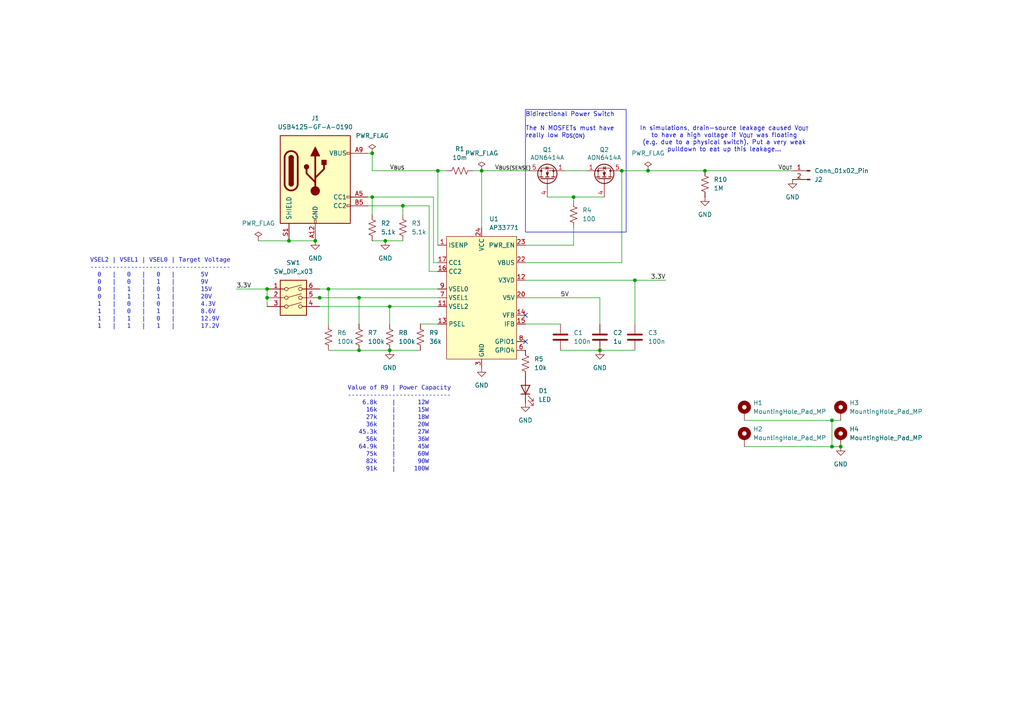
<source format=kicad_sch>
(kicad_sch (version 20231120) (generator "eeschema") (generator_version "8.0")
  (paper "A4")
  (lib_symbols
    (symbol "Connector:Conn_01x02_Pin" (pin_names (offset 1.016) hide)
      (property "Reference" "J" (at 0 2.54 0))
      (property "Value" "Conn_01x02_Pin" (at 0 -5.08 0))
      (symbol "Conn_01x02_Pin_1_1"
        (polyline (pts (xy 1.27 -2.54) (xy 0.8636 -2.54)) (stroke (width 0.1524)))
        (polyline (pts (xy 1.27 0) (xy 0.8636 0)) (stroke (width 0.1524)))
        (rectangle (start 0.8636 -2.413) (end 0 -2.667) (stroke (width 0.1524)) (fill (type outline)))
        (rectangle (start 0.8636 0.127) (end 0 -0.127) (stroke (width 0.1524)) (fill (type outline)))
        (pin passive line (at 5.08 0 180) (length 3.81) (name "Pin_1") (number "1"))
        (pin passive line (at 5.08 -2.54 180) (length 3.81) (name "Pin_2") (number "2"))
      )
    )
    (symbol "Connector:USB_C_Receptacle_PowerOnly_6P" (pin_names (offset 1.016))
      (property "Reference" "J" (at 0 16.51 0))
      (property "Value" "USB_C_Receptacle_PowerOnly_6P" (at 0 13.97 0))
      (symbol "USB_C_Receptacle_PowerOnly_6P_0_0"
        (rectangle (start -0.254 -12.7) (end 0.254 -11.684))
        (rectangle (start 10.16 -7.366) (end 9.144 -7.874))
        (rectangle (start 10.16 -4.826) (end 9.144 -5.334))
        (rectangle (start 10.16 7.874) (end 9.144 7.366))
      )
      (symbol "USB_C_Receptacle_PowerOnly_6P_0_1"
        (rectangle (start -10.16 12.7) (end 10.16 -12.7) (stroke (width 0.254)) (fill (type background)))
        (arc (start -8.89 -1.27) (mid -6.985 -3.1667) (end -5.08 -1.27) (stroke (width 0.508)))
        (arc (start -7.62 -1.27) (mid -6.985 -1.9023) (end -6.35 -1.27) (stroke (width 0.254)))
        (arc (start -7.62 -1.27) (mid -6.985 -1.9023) (end -6.35 -1.27) (stroke (width 0.254)) (fill (type outline)))
        (rectangle (start -7.62 -1.27) (end -6.35 6.35) (stroke (width 0.254)) (fill (type outline)))
        (arc (start -6.35 6.35) (mid -6.985 6.9823) (end -7.62 6.35) (stroke (width 0.254)))
        (arc (start -6.35 6.35) (mid -6.985 6.9823) (end -7.62 6.35) (stroke (width 0.254)) (fill (type outline)))
        (arc (start -5.08 6.35) (mid -6.985 8.2467) (end -8.89 6.35) (stroke (width 0.508)))
        (circle (center -2.54 3.683) (radius 0.635) (stroke (width 0.254)) (fill (type outline)))
        (circle (center 0 -3.302) (radius 1.27) (fill (type outline)))
        (polyline (pts (xy -8.89 -1.27) (xy -8.89 6.35)) (stroke (width 0.508)))
        (polyline (pts (xy -5.08 6.35) (xy -5.08 -1.27)) (stroke (width 0.508)))
        (polyline (pts (xy 0 -3.302) (xy 0 6.858)) (stroke (width 0.508)))
        (polyline (pts (xy 0 -0.762) (xy -2.54 1.778) (xy -2.54 3.048)) (stroke (width 0.508)))
        (polyline (pts (xy 0 0.508) (xy 2.54 3.048) (xy 2.54 4.318)) (stroke (width 0.508)))
        (polyline (pts (xy -1.27 6.858) (xy 0 9.398) (xy 1.27 6.858) (xy -1.27 6.858)) (stroke (width 0.254)) (fill (type outline)))
        (rectangle (start 1.905 4.318) (end 3.175 5.588) (stroke (width 0.254)) (fill (type outline)))
      )
      (symbol "USB_C_Receptacle_PowerOnly_6P_1_1"
        (pin passive line (at 0 -17.78 90) (length 5.08) (name "GND") (number "A12"))
        (pin bidirectional line (at 15.24 -5.08 180) (length 5.08) (name "CC1") (number "A5"))
        (pin passive line (at 15.24 7.62 180) (length 5.08) (name "VBUS") (number "A9"))
        (pin passive line (at 0 -17.78 90) (length 5.08) hide (name "GND") (number "B12"))
        (pin bidirectional line (at 15.24 -7.62 180) (length 5.08) (name "CC2") (number "B5"))
        (pin passive line (at 15.24 7.62 180) (length 5.08) hide (name "VBUS") (number "B9"))
        (pin passive line (at -7.62 -17.78 90) (length 5.08) (name "SHIELD") (number "S1"))
      )
    )
    (symbol "Device:C" (pin_numbers hide) (pin_names (offset 0.254))
      (property "Reference" "C" (at 0.635 2.54 0))
      (property "Value" "C" (at 0.635 -2.54 0))
      (symbol "C_0_1"
        (polyline (pts (xy -2.032 -0.762) (xy 2.032 -0.762)) (stroke (width 0.508)))
        (polyline (pts (xy -2.032 0.762) (xy 2.032 0.762)) (stroke (width 0.508)))
      )
      (symbol "C_1_1"
        (pin passive line (at 0 3.81 270) (length 2.794) (name "~") (number "1"))
        (pin passive line (at 0 -3.81 90) (length 2.794) (name "~") (number "2"))
      )
    )
    (symbol "Device:LED" (pin_numbers hide) (pin_names (offset 1.016) hide)
      (property "Reference" "D" (at 0 2.54 0))
      (property "Value" "LED" (at 0 -2.54 0))
      (symbol "LED_0_1"
        (polyline (pts (xy -1.27 -1.27) (xy -1.27 1.27)) (stroke (width 0.254)))
        (polyline (pts (xy -1.27 0) (xy 1.27 0)))
        (polyline (pts (xy 1.27 -1.27) (xy 1.27 1.27) (xy -1.27 0) (xy 1.27 -1.27)) (stroke (width 0.254)))
        (polyline (pts (xy -3.048 -0.762) (xy -4.572 -2.286) (xy -3.81 -2.286) (xy -4.572 -2.286) (xy -4.572 -1.524)))
        (polyline (pts (xy -1.778 -0.762) (xy -3.302 -2.286) (xy -2.54 -2.286) (xy -3.302 -2.286) (xy -3.302 -1.524)))
      )
      (symbol "LED_1_1"
        (pin passive line (at -3.81 0 0) (length 2.54) (name "K") (number "1"))
        (pin passive line (at 3.81 0 180) (length 2.54) (name "A") (number "2"))
      )
    )
    (symbol "Device:R_US" (pin_numbers hide) (pin_names (offset 0))
      (property "Reference" "R" (at 2.54 0 90))
      (property "Value" "R_US" (at -2.54 0 90))
      (symbol "R_US_0_1"
        (polyline (pts (xy 0 -2.286) (xy 0 -2.54)))
        (polyline (pts (xy 0 2.286) (xy 0 2.54)))
        (polyline (pts (xy 0 -0.762) (xy 1.016 -1.143) (xy 0 -1.524) (xy -1.016 -1.905) (xy 0 -2.286)))
        (polyline (pts (xy 0 0.762) (xy 1.016 0.381) (xy 0 0) (xy -1.016 -0.381) (xy 0 -0.762)))
        (polyline (pts (xy 0 2.286) (xy 1.016 1.905) (xy 0 1.524) (xy -1.016 1.143) (xy 0 0.762)))
      )
      (symbol "R_US_1_1"
        (pin passive line (at 0 3.81 270) (length 1.27) (name "~") (number "1"))
        (pin passive line (at 0 -3.81 90) (length 1.27) (name "~") (number "2"))
      )
    )
    (symbol "Interface_USB:AP33771"
      (property "Reference" "U1" (at 2.1941 22.86 0))
      (property "Value" "AP33771" (at 2.1941 20.32 0))
      (symbol "AP33771_1_1"
        (rectangle (start -10.16 17.78) (end 10.16 -17.78) (fill (type background)))
        (pin input line (at -12.7 15.24 0) (length 2.54) (name "ISENP") (number "1"))
        (pin no_connect line (at -7.62 -12.7 0) (length 2.54) hide (name "NC") (number "10"))
        (pin bidirectional line (at -12.7 -2.54 0) (length 2.54) (name "VSEL2") (number "11"))
        (pin power_out line (at 12.7 5.08 180) (length 2.54) (name "V3VD") (number "12"))
        (pin bidirectional line (at -12.7 -7.62 0) (length 2.54) (name "PSEL") (number "13"))
        (pin input line (at 12.7 -5.08 180) (length 2.54) (name "VFB") (number "14"))
        (pin input line (at 12.7 -7.62 180) (length 2.54) (name "IFB") (number "15"))
        (pin bidirectional line (at -12.7 7.62 0) (length 2.54) (name "CC2") (number "16"))
        (pin bidirectional line (at -12.7 10.16 0) (length 2.54) (name "CC1") (number "17"))
        (pin no_connect line (at -10.16 -15.24 0) (length 2.54) hide (name "NC") (number "18"))
        (pin no_connect line (at -7.62 -15.24 0) (length 2.54) hide (name "NC") (number "19"))
        (pin no_connect line (at -10.16 -10.16 0) (length 2.54) hide (name "NC") (number "2"))
        (pin power_out line (at 12.7 0 180) (length 2.54) (name "V5V") (number "20"))
        (pin no_connect line (at -10.16 -17.78 0) (length 2.54) hide (name "NC") (number "21"))
        (pin power_in line (at 12.7 10.16 180) (length 2.54) (name "VBUS") (number "22"))
        (pin power_out line (at 12.7 15.24 180) (length 2.54) (name "PWR_EN") (number "23"))
        (pin power_in line (at 0 20.32 270) (length 2.54) (name "VCC") (number "24"))
        (pin passive line (at 0 -20.32 90) (length 2.54) hide (name "GND") (number "25"))
        (pin power_in line (at 0 -20.32 90) (length 2.54) (name "GND") (number "3"))
        (pin no_connect line (at -7.62 -10.16 0) (length 2.54) hide (name "NC") (number "4"))
        (pin no_connect line (at -10.16 -12.7 0) (length 2.54) hide (name "NC") (number "5"))
        (pin bidirectional line (at 12.7 -15.24 180) (length 2.54) (name "GPIO4") (number "6"))
        (pin bidirectional line (at -12.7 0 0) (length 2.54) (name "VSEL1") (number "7"))
        (pin bidirectional line (at 12.7 -12.7 180) (length 2.54) (name "GPIO1") (number "8"))
        (pin bidirectional line (at -12.7 2.54 0) (length 2.54) (name "VSEL0") (number "9"))
      )
    )
    (symbol "Marcano_Transistor:AON6414A" (pin_names hide)
      (property "Reference" "Q" (at 3.048 1.016 0))
      (property "Value" "AON6414A" (at 7.366 -1.016 0))
      (symbol "AON6414A_0_1"
        (circle (center -0.889 0) (radius 2.794) (stroke (width 0.254)))
        (circle (center 0 -1.778) (radius 0.254) (fill (type outline)))
        (polyline (pts (xy -2.286 0) (xy -5.08 0)))
        (polyline (pts (xy -2.286 1.905) (xy -2.286 -1.905)) (stroke (width 0.254)))
        (polyline (pts (xy -1.778 -1.27) (xy -1.778 -2.286)) (stroke (width 0.254)))
        (polyline (pts (xy -1.778 0.508) (xy -1.778 -0.508)) (stroke (width 0.254)))
        (polyline (pts (xy -1.778 2.286) (xy -1.778 1.27)) (stroke (width 0.254)))
        (polyline (pts (xy 0 2.54) (xy 0 1.778)))
        (polyline (pts (xy 0 -2.54) (xy 0 0) (xy -1.778 0)))
        (polyline (pts (xy -1.778 -1.778) (xy 0.762 -1.778) (xy 0.762 1.778) (xy -1.778 1.778)))
        (polyline (pts (xy -1.524 0) (xy -0.508 0.381) (xy -0.508 -0.381) (xy -1.524 0)) (fill (type outline)))
        (polyline (pts (xy 0.254 0.508) (xy 0.381 0.381) (xy 1.143 0.381) (xy 1.27 0.254)))
        (polyline (pts (xy 0.762 0.381) (xy 0.381 -0.254) (xy 1.143 -0.254) (xy 0.762 0.381)))
        (circle (center 0 1.778) (radius 0.254) (fill (type outline)))
      )
      (symbol "AON6414A_1_1"
        (pin passive line (at 0 -5.08 90) (length 2.54) (name "S") (number "1"))
        (pin passive line (at 0 -5.08 90) (length 2.54) hide (name "S") (number "2"))
        (pin passive line (at 0 -5.08 90) (length 2.54) hide (name "S") (number "3"))
        (pin input line (at -7.62 0 0) (length 2.54) (name "G") (number "4"))
        (pin passive line (at 0 5.08 270) (length 2.54) (name "D") (number "5"))
      )
    )
    (symbol "Mechanical:MountingHole_Pad" (pin_numbers hide) (pin_names (offset 1.016) hide) (exclude_from_sim yes) (in_bom no)
      (property "Reference" "H" (at 0 6.35 0))
      (property "Value" "MountingHole_Pad" (at 0 4.445 0))
      (symbol "MountingHole_Pad_0_1"
        (circle (center 0 1.27) (radius 1.27) (stroke (width 1.27)))
      )
      (symbol "MountingHole_Pad_1_1"
        (pin input line (at 0 -2.54 90) (length 2.54) (name "1") (number "1"))
      )
    )
    (symbol "Switch:SW_DIP_x03" (pin_names (offset 0) hide)
      (property "Reference" "SW" (at 0 6.35 0))
      (property "Value" "SW_DIP_x03" (at 0 -6.35 0))
      (symbol "SW_DIP_x03_0_0"
        (circle (center -2.032 -2.54) (radius 0.508))
        (circle (center -2.032 0) (radius 0.508))
        (circle (center -2.032 2.54) (radius 0.508))
        (polyline (pts (xy -1.524 -2.413) (xy 2.3622 -1.3716)))
        (polyline (pts (xy -1.524 0.127) (xy 2.3622 1.1684)))
        (polyline (pts (xy -1.524 2.667) (xy 2.3622 3.7084)))
        (circle (center 2.032 -2.54) (radius 0.508))
        (circle (center 2.032 0) (radius 0.508))
        (circle (center 2.032 2.54) (radius 0.508))
      )
      (symbol "SW_DIP_x03_0_1"
        (rectangle (start -3.81 5.08) (end 3.81 -5.08) (stroke (width 0.254)) (fill (type background)))
      )
      (symbol "SW_DIP_x03_1_1"
        (pin passive line (at -7.62 2.54 0) (length 5.08) (name "~") (number "1"))
        (pin passive line (at -7.62 0 0) (length 5.08) (name "~") (number "2"))
        (pin passive line (at -7.62 -2.54 0) (length 5.08) (name "~") (number "3"))
        (pin passive line (at 7.62 -2.54 180) (length 5.08) (name "~") (number "4"))
        (pin passive line (at 7.62 0 180) (length 5.08) (name "~") (number "5"))
        (pin passive line (at 7.62 2.54 180) (length 5.08) (name "~") (number "6"))
      )
    )
    (symbol "power:GND" (power) (pin_numbers hide) (pin_names (offset 0) hide)
      (property "Value" "GND" (at 0 -3.81 0))
      (symbol "GND_0_1"
        (polyline (pts (xy 0 0) (xy 0 -1.27) (xy 1.27 -1.27) (xy 0 -2.54) (xy -1.27 -1.27) (xy 0 -1.27)))
      )
      (symbol "GND_1_1"
        (pin power_in line (at 0 0 270) (length 0) (name "~") (number "1"))
      )
    )
    (symbol "power:PWR_FLAG" (power) (pin_numbers hide) (pin_names (offset 0) hide)
      (property "Value" "PWR_FLAG" (at 0 3.81 0))
      (symbol "PWR_FLAG_0_0"
        (pin power_out line (at 0 0 90) (length 0) (name "~") (number "1"))
      )
      (symbol "PWR_FLAG_0_1"
        (polyline (pts (xy 0 0) (xy 0 1.27) (xy -1.016 1.905) (xy 0 2.54) (xy 1.016 1.905) (xy 0 1.27)))
      )
    )
  )
  (junction (at 113.03 88.9))
  (junction (at 166.37 57.15))
  (junction (at 107.95 44.45))
  (junction (at 91.44 69.85))
  (junction (at 173.99 101.6))
  (junction (at 77.47 83.82))
  (junction (at 83.82 69.85))
  (junction (at 187.96 49.53))
  (junction (at 104.14 86.36))
  (junction (at 113.03 101.6))
  (junction (at 111.76 69.85))
  (junction (at 104.14 101.6))
  (junction (at 139.7 49.53))
  (junction (at 116.84 59.69))
  (junction (at 243.84 129.54))
  (junction (at 204.47 49.53))
  (junction (at 92.71 86.36))
  (junction (at 184.15 81.28))
  (junction (at 241.3 121.92))
  (junction (at 95.25 83.82))
  (junction (at 77.47 86.36))
  (junction (at 127 49.53))
  (junction (at 180.34 49.53))
  (junction (at 107.95 57.15))
  (junction (at 241.3 129.54))
  (no_connect (at 152.4 99.06))
  (no_connect (at 152.4 91.44))
  (wire (pts (xy 187.96 49.53) (xy 204.47 49.53)))
  (wire (pts (xy 180.34 49.53) (xy 187.96 49.53)))
  (wire (pts (xy 107.95 57.15) (xy 125.73 57.15)))
  (wire (pts (xy 88.9 86.36) (xy 92.71 86.36)))
  (wire (pts (xy 173.99 86.36) (xy 173.99 93.98)))
  (wire (pts (xy 204.47 49.53) (xy 229.87 49.53)))
  (wire (pts (xy 129.54 49.53) (xy 127 49.53)))
  (wire (pts (xy 95.25 83.82) (xy 127 83.82)))
  (wire (pts (xy 215.9 121.92) (xy 241.3 121.92)))
  (wire (pts (xy 92.71 88.9) (xy 113.03 88.9)))
  (wire (pts (xy 104.14 101.6) (xy 113.03 101.6)))
  (wire (pts (xy 158.75 57.15) (xy 166.37 57.15)))
  (wire (pts (xy 124.46 59.69) (xy 116.84 59.69)))
  (wire (pts (xy 116.84 59.69) (xy 116.84 62.23)))
  (wire (pts (xy 116.84 59.69) (xy 106.68 59.69)))
  (wire (pts (xy 125.73 76.2) (xy 127 76.2)))
  (wire (pts (xy 139.7 49.53) (xy 139.7 66.04)))
  (wire (pts (xy 68.58 83.82) (xy 77.47 83.82)))
  (wire (pts (xy 173.99 101.6) (xy 184.15 101.6)))
  (wire (pts (xy 107.95 57.15) (xy 107.95 62.23)))
  (wire (pts (xy 127 49.53) (xy 127 71.12)))
  (wire (pts (xy 162.56 101.6) (xy 173.99 101.6)))
  (wire (pts (xy 139.7 49.53) (xy 137.16 49.53)))
  (wire (pts (xy 127 78.74) (xy 124.46 78.74)))
  (wire (pts (xy 215.9 129.54) (xy 241.3 129.54)))
  (wire (pts (xy 107.95 49.53) (xy 107.95 44.45)))
  (wire (pts (xy 104.14 86.36) (xy 92.71 86.36)))
  (wire (pts (xy 166.37 71.12) (xy 152.4 71.12)))
  (wire (pts (xy 74.93 69.85) (xy 83.82 69.85)))
  (wire (pts (xy 139.7 49.53) (xy 153.67 49.53)))
  (wire (pts (xy 152.4 81.28) (xy 184.15 81.28)))
  (wire (pts (xy 166.37 57.15) (xy 166.37 58.42)))
  (wire (pts (xy 166.37 71.12) (xy 166.37 66.04)))
  (wire (pts (xy 113.03 88.9) (xy 113.03 93.98)))
  (wire (pts (xy 111.76 69.85) (xy 116.84 69.85)))
  (wire (pts (xy 152.4 86.36) (xy 173.99 86.36)))
  (wire (pts (xy 104.14 86.36) (xy 104.14 93.98)))
  (wire (pts (xy 95.25 83.82) (xy 95.25 93.98)))
  (wire (pts (xy 184.15 93.98) (xy 184.15 81.28)))
  (wire (pts (xy 166.37 57.15) (xy 175.26 57.15)))
  (wire (pts (xy 241.3 121.92) (xy 243.84 121.92)))
  (wire (pts (xy 184.15 81.28) (xy 193.04 81.28)))
  (wire (pts (xy 113.03 101.6) (xy 121.92 101.6)))
  (wire (pts (xy 241.3 129.54) (xy 243.84 129.54)))
  (wire (pts (xy 127 86.36) (xy 104.14 86.36)))
  (wire (pts (xy 241.3 121.92) (xy 241.3 129.54)))
  (wire (pts (xy 163.83 49.53) (xy 170.18 49.53)))
  (wire (pts (xy 113.03 88.9) (xy 127 88.9)))
  (wire (pts (xy 152.4 76.2) (xy 180.34 76.2)))
  (wire (pts (xy 125.73 57.15) (xy 125.73 76.2)))
  (wire (pts (xy 106.68 57.15) (xy 107.95 57.15)))
  (wire (pts (xy 107.95 44.45) (xy 106.68 44.45)))
  (wire (pts (xy 127 93.98) (xy 121.92 93.98)))
  (wire (pts (xy 107.95 49.53) (xy 127 49.53)))
  (wire (pts (xy 77.47 83.82) (xy 77.47 86.36)))
  (wire (pts (xy 92.71 83.82) (xy 95.25 83.82)))
  (wire (pts (xy 95.25 101.6) (xy 104.14 101.6)))
  (wire (pts (xy 152.4 93.98) (xy 162.56 93.98)))
  (wire (pts (xy 124.46 78.74) (xy 124.46 59.69)))
  (wire (pts (xy 83.82 69.85) (xy 91.44 69.85)))
  (wire (pts (xy 111.76 69.85) (xy 107.95 69.85)))
  (wire (pts (xy 77.47 86.36) (xy 77.47 88.9)))
  (wire (pts (xy 180.34 76.2) (xy 180.34 49.53)))
  (rectangle (start 152.4 31.75) (end 181.61 67.31))
  (text "In simulations, drain-source leakage caused V_{OUT}\nto have a high voltage if V_{OUT} was floating\n(e.g. due to a physical switch). Put a very weak\npulldown to eat up this leakage..." (at 210.058 40.386 0) (effects (font (size 1.27 1.27))))
  (text "Bidirectional Power Switch\n\nThe N MOSFETs must have\nreally low R_{DS(ON)}" (at 152.4 32.512 0) (effects (font (size 1.27 1.27)) (justify left top)))
  (text "VSEL2 | VSEL1 | VSEL0 | Target Voltage\n--------------------------------------\n  0   |   0   |   0   |       5V\n  0   |   0   |   1   |       9V\n  0   |   1   |   0   |       15V\n  0   |   1   |   1   |       20V\n  1   |   0   |   0   |       4.3V\n  1   |   0   |   1   |       8.6V\n  1   |   1   |   0   |       12.9V\n  1   |   1   |   1   |       17.2V" (at 26.162 75.184 0) (effects (font (size 1.27 1.27)) (justify left top)))
  (text "Value of R9 | Power Capacity\n----------------------------\n    6.8k    |      12W\n     16k    |      15W\n     27k    |      18W\n     36k    |      20W\n   45.3k    |      27W\n     56k    |      36W\n   64.9k    |      45W\n     75k    |      60W\n     82k    |      90W\n     91k    |     100W" (at 100.838 112.268 0) (effects (font (size 1.27 1.27)) (justify left top)))
  (label "V_{BUS}" (at 113.03 49.53 0))
  (label "3.3V" (at 68.58 83.82 0))
  (label "V_{OUT}" (at 229.87 49.53 180))
  (label "5V" (at 162.56 86.36 0))
  (label "V_{BUS(SENSE)}" (at 143.51 49.53 0))
  (label "3.3V" (at 193.04 81.28 180))
  (symbol (lib_id "power:PWR_FLAG") (at 107.95 44.45 0) (unit 1)
    (property "Reference" "#FLG01" (effects (hide yes)))
    (property "Value" "PWR_FLAG" (at 107.95 39.37 0))
    (property "Description" "Special symbol for telling ERC where power comes from" (effects (hide yes)))
  )
  (symbol (lib_id "power:GND") (at 113.03 101.6 0) (unit 1)
    (property "Reference" "#PWR09" (effects (hide yes)))
    (property "Value" "GND" (at 113.03 106.68 0))
    (property "Description" "Power symbol creates a global label with name \"GND\" , ground" (effects (hide yes)))
  )
  (symbol (lib_id "Device:LED") (at 152.4 113.03 90) (unit 1)
    (property "Reference" "D1" (at 156.21 113.3474 90) (effects (justify right)))
    (property "Value" "LED" (at 156.21 115.8874 90) (effects (justify right)))
    (property "Footprint" "LED_SMD:LED_0603_1608Metric" (effects (hide yes)))
    (property "Description" "Light emitting diode" (effects (hide yes)))
  )
  (symbol (lib_id "Mechanical:MountingHole_Pad") (at 243.84 119.38 0) (unit 1) (exclude_from_sim yes) (in_bom no)
    (property "Reference" "H3" (at 246.38 116.8399 0) (effects (justify left)))
    (property "Value" "MountingHole_Pad_MP" (at 246.38 119.3799 0) (effects (justify left)))
    (property "Footprint" "MountingHole:MountingHole_3.2mm_M3_Pad_Via" (effects (hide yes)))
    (property "Description" "Mounting Hole with connection" (effects (hide yes)))
  )
  (symbol (lib_id "power:GND") (at 243.84 129.54 0) (unit 1)
    (property "Reference" "#PWR05" (effects (hide yes)))
    (property "Value" "GND" (at 243.84 134.62 0))
    (property "Description" "Power symbol creates a global label with name \"GND\" , ground" (effects (hide yes)))
  )
  (symbol (lib_id "power:GND") (at 204.47 57.15 0) (unit 1)
    (property "Reference" "#PWR010" (effects (hide yes)))
    (property "Value" "GND" (at 204.47 62.23 0))
    (property "Description" "Power symbol creates a global label with name \"GND\" , ground" (effects (hide yes)))
  )
  (symbol (lib_id "Device:R_US") (at 133.35 49.53 90) (unit 1)
    (property "Reference" "R1" (at 133.35 43.18 90))
    (property "Value" "10m" (at 133.35 45.72 90))
    (property "Footprint" "Resistor_SMD:R_0612_1632Metric_Pad1.18x3.40mm_HandSolder" (effects (hide yes)))
    (property "Description" "Resistor, US symbol" (effects (hide yes)))
    (property "Digikey Part Number" "YAG6109CT-ND" (effects (hide yes)))
    (property "Manufacturer Part Number" "PE0612FKF070R01L" (effects (hide yes)))
  )
  (symbol (lib_id "Switch:SW_DIP_x03") (at 85.09 86.36 0) (unit 1)
    (property "Reference" "SW1" (at 85.09 76.2 0))
    (property "Value" "SW_DIP_x03" (at 85.09 78.74 0))
    (property "Footprint" "Package_DIP:DIP-6_W7.62mm_LongPads" (effects (hide yes)))
    (property "Datasheet" "https://www.cuidevices.com/product/resource/ds04-254.pdf" (effects (hide yes)))
    (property "Description" "3x DIP Switch, Single Pole Single Throw (SPST) switch, small symbol" (effects (hide yes)))
    (property "Manufacturer Part Number" "DS04-254-2L-03BK" (effects (hide yes)))
    (property "Digikey Part Number" "2223-DS04-254-2L-03BK-ND" (effects (hide yes)))
  )
  (symbol (lib_id "Mechanical:MountingHole_Pad") (at 243.84 127 0) (unit 1) (exclude_from_sim yes) (in_bom no)
    (property "Reference" "H4" (at 246.38 124.4599 0) (effects (justify left)))
    (property "Value" "MountingHole_Pad_MP" (at 246.38 126.9999 0) (effects (justify left)))
    (property "Footprint" "MountingHole:MountingHole_3.2mm_M3_Pad_Via" (effects (hide yes)))
    (property "Description" "Mounting Hole with connection" (effects (hide yes)))
  )
  (symbol (lib_id "Device:R_US") (at 204.47 53.34 180) (unit 1)
    (property "Reference" "R10" (at 207.01 52.0699 0) (effects (justify right)))
    (property "Value" "1M" (at 207.01 54.6099 0) (effects (justify right)))
    (property "Footprint" "Resistor_SMD:R_0603_1608Metric_Pad0.98x0.95mm_HandSolder" (effects (hide yes)))
    (property "Description" "Resistor, US symbol" (effects (hide yes)))
  )
  (symbol (lib_id "Device:R_US") (at 121.92 97.79 180) (unit 1)
    (property "Reference" "R9" (at 124.46 96.5199 0) (effects (justify right)))
    (property "Value" "36k" (at 124.46 99.0599 0) (effects (justify right)))
    (property "Footprint" "Resistor_SMD:R_0603_1608Metric_Pad0.98x0.95mm_HandSolder" (effects (hide yes)))
    (property "Description" "Resistor, US symbol" (effects (hide yes)))
  )
  (symbol (lib_id "power:PWR_FLAG") (at 187.96 49.53 0) (unit 1)
    (property "Reference" "#FLG03" (effects (hide yes)))
    (property "Value" "PWR_FLAG" (at 187.96 44.45 0))
    (property "Description" "Special symbol for telling ERC where power comes from" (effects (hide yes)))
  )
  (symbol (lib_id "power:GND") (at 111.76 69.85 0) (unit 1)
    (property "Reference" "#PWR03" (effects (hide yes)))
    (property "Value" "GND" (at 111.76 74.93 0))
    (property "Description" "Power symbol creates a global label with name \"GND\" , ground" (effects (hide yes)))
  )
  (symbol (lib_id "Device:R_US") (at 95.25 97.79 180) (unit 1)
    (property "Reference" "R6" (at 97.79 96.5199 0) (effects (justify right)))
    (property "Value" "100k" (at 97.79 99.0599 0) (effects (justify right)))
    (property "Footprint" "Resistor_SMD:R_0603_1608Metric_Pad0.98x0.95mm_HandSolder" (effects (hide yes)))
    (property "Description" "Resistor, US symbol" (effects (hide yes)))
  )
  (symbol (lib_id "power:GND") (at 139.7 106.68 0) (unit 1)
    (property "Reference" "#PWR02" (effects (hide yes)))
    (property "Value" "GND" (at 139.7 111.76 0))
    (property "Description" "Power symbol creates a global label with name \"GND\" , ground" (effects (hide yes)))
  )
  (symbol (lib_id "Interface_USB:AP33771") (at 139.7 86.36 0) (unit 1)
    (property "Reference" "U1" (at 141.8941 63.5 0) (effects (justify left)))
    (property "Value" "AP33771" (at 141.8941 66.04 0) (effects (justify left)))
    (property "Footprint" "Package_DFN_QFN:QFN-24-1EP_4x4mm_P0.5mm_EP2.7x2.7mm" (effects (hide yes)))
    (property "Datasheet" "https://www.diodes.com/assets/Datasheets/AP33771.pdf" (effects (hide yes)))
    (property "Description" "USB Type-C PD Sink Controller, QFN-24" (effects (hide yes)))
    (property "Manufacturer Part Number" "AP33771DKZ-13" (effects (hide yes)))
    (property "Digikey Part Number" "31-AP33771DKZ-13CT-ND" (effects (hide yes)))
  )
  (symbol (lib_id "Mechanical:MountingHole_Pad") (at 215.9 119.38 0) (unit 1) (exclude_from_sim yes) (in_bom no)
    (property "Reference" "H1" (at 218.44 116.8399 0) (effects (justify left)))
    (property "Value" "MountingHole_Pad_MP" (at 218.44 119.3799 0) (effects (justify left)))
    (property "Footprint" "MountingHole:MountingHole_3.2mm_M3_Pad_Via" (effects (hide yes)))
    (property "Description" "Mounting Hole with connection" (effects (hide yes)))
  )
  (symbol (lib_id "Connector:Conn_01x02_Pin") (at 234.95 49.53 0) (mirror y) (unit 1)
    (property "Reference" "J2" (at 236.22 52.0701 0) (effects (justify right)))
    (property "Value" "Conn_01x02_Pin" (at 236.22 49.5301 0) (effects (justify right)))
    (property "Footprint" "Connector_PinHeader_2.54mm:PinHeader_1x02_P2.54mm_Vertical" (effects (hide yes)))
    (property "Description" "Generic connector, single row, 01x02, script generated" (effects (hide yes)))
  )
  (symbol (lib_id "Connector:USB_C_Receptacle_PowerOnly_6P") (at 91.44 52.07 0) (unit 1)
    (property "Reference" "J1" (at 91.44 34.29 0))
    (property "Value" "USB4125-GF-A-0190" (at 91.44 36.83 0))
    (property "Footprint" "Marcano:USB_C_USB4125-GF-A_Hand_Solder" (effects (hide yes)))
    (property "Datasheet" "https://www.usb.org/sites/default/files/documents/usb_type-c.zip" (effects (hide yes)))
    (property "Description" "USB Power-Only 6P Type-C Receptacle connector" (effects (hide yes)))
  )
  (symbol (lib_id "Device:C") (at 173.99 97.79 0) (unit 1)
    (property "Reference" "C2" (at 177.8 96.5199 0) (effects (justify left)))
    (property "Value" "1u" (at 177.8 99.0599 0) (effects (justify left)))
    (property "Footprint" "Capacitor_SMD:C_0603_1608Metric_Pad1.08x0.95mm_HandSolder" (effects (hide yes)))
    (property "Description" "Unpolarized capacitor" (effects (hide yes)))
  )
  (symbol (lib_id "power:GND") (at 173.99 101.6 0) (unit 1)
    (property "Reference" "#PWR06" (effects (hide yes)))
    (property "Value" "GND" (at 173.99 106.68 0))
    (property "Description" "Power symbol creates a global label with name \"GND\" , ground" (effects (hide yes)))
  )
  (symbol (lib_id "power:GND") (at 91.44 69.85 0) (unit 1)
    (property "Reference" "#PWR01" (effects (hide yes)))
    (property "Value" "GND" (at 91.44 74.93 0))
    (property "Description" "Power symbol creates a global label with name \"GND\" , ground" (effects (hide yes)))
  )
  (symbol (lib_id "Device:R_US") (at 107.95 66.04 180) (unit 1)
    (property "Reference" "R2" (at 110.49 64.7699 0) (effects (justify right)))
    (property "Value" "5.1k" (at 110.49 67.3099 0) (effects (justify right)))
    (property "Footprint" "Resistor_SMD:R_0603_1608Metric_Pad0.98x0.95mm_HandSolder" (effects (hide yes)))
    (property "Description" "Resistor, US symbol" (effects (hide yes)))
  )
  (symbol (lib_id "power:GND") (at 152.4 116.84 0) (unit 1)
    (property "Reference" "#PWR08" (effects (hide yes)))
    (property "Value" "GND" (at 152.4 121.92 0))
    (property "Description" "Power symbol creates a global label with name \"GND\" , ground" (effects (hide yes)))
  )
  (symbol (lib_id "Mechanical:MountingHole_Pad") (at 215.9 127 0) (unit 1) (exclude_from_sim yes) (in_bom no)
    (property "Reference" "H2" (at 218.44 124.4599 0) (effects (justify left)))
    (property "Value" "MountingHole_Pad_MP" (at 218.44 126.9999 0) (effects (justify left)))
    (property "Footprint" "MountingHole:MountingHole_3.2mm_M3_Pad_Via" (effects (hide yes)))
    (property "Description" "Mounting Hole with connection" (effects (hide yes)))
  )
  (symbol (lib_id "Device:C") (at 162.56 97.79 0) (unit 1)
    (property "Reference" "C1" (at 166.37 96.5199 0) (effects (justify left)))
    (property "Value" "100n" (at 166.37 99.0599 0) (effects (justify left)))
    (property "Footprint" "Capacitor_SMD:C_0603_1608Metric_Pad1.08x0.95mm_HandSolder" (effects (hide yes)))
    (property "Description" "Unpolarized capacitor" (effects (hide yes)))
  )
  (symbol (lib_id "Device:R_US") (at 166.37 62.23 180) (unit 1)
    (property "Reference" "R4" (at 168.91 60.9599 0) (effects (justify right)))
    (property "Value" "100" (at 168.91 63.4999 0) (effects (justify right)))
    (property "Footprint" "Resistor_SMD:R_0603_1608Metric_Pad0.98x0.95mm_HandSolder" (effects (hide yes)))
    (property "Description" "Resistor, US symbol" (effects (hide yes)))
  )
  (symbol (lib_id "Device:C") (at 184.15 97.79 0) (unit 1)
    (property "Reference" "C3" (at 187.96 96.5199 0) (effects (justify left)))
    (property "Value" "100n" (at 187.96 99.0599 0) (effects (justify left)))
    (property "Footprint" "Capacitor_SMD:C_0603_1608Metric_Pad1.08x0.95mm_HandSolder" (effects (hide yes)))
    (property "Description" "Unpolarized capacitor" (effects (hide yes)))
  )
  (symbol (lib_id "Device:R_US") (at 113.03 97.79 180) (unit 1)
    (property "Reference" "R8" (at 115.57 96.5199 0) (effects (justify right)))
    (property "Value" "100k" (at 115.57 99.0599 0) (effects (justify right)))
    (property "Footprint" "Resistor_SMD:R_0603_1608Metric_Pad0.98x0.95mm_HandSolder" (effects (hide yes)))
    (property "Description" "Resistor, US symbol" (effects (hide yes)))
  )
  (symbol (lib_id "Device:R_US") (at 104.14 97.79 180) (unit 1)
    (property "Reference" "R7" (at 106.68 96.5199 0) (effects (justify right)))
    (property "Value" "100k" (at 106.68 99.0599 0) (effects (justify right)))
    (property "Footprint" "Resistor_SMD:R_0603_1608Metric_Pad0.98x0.95mm_HandSolder" (effects (hide yes)))
    (property "Description" "Resistor, US symbol" (effects (hide yes)))
  )
  (symbol (lib_id "power:PWR_FLAG") (at 74.93 69.85 0) (unit 1)
    (property "Reference" "#FLG04" (effects (hide yes)))
    (property "Value" "PWR_FLAG" (at 74.93 64.77 0))
    (property "Description" "Special symbol for telling ERC where power comes from" (effects (hide yes)))
  )
  (symbol (lib_id "Marcano_Transistor:AON6414A") (at 175.26 49.53 270) (mirror x) (unit 1)
    (property "Reference" "Q2" (at 175.26 43.434 90))
    (property "Value" "AON6414A" (at 175.26 45.72 90))
    (property "Footprint" "Package_DFN_QFN:AO_DFN-8-1EP_5.55x5.2mm_P1.27mm_EP4.12x4.6mm" (effects (hide yes)))
    (property "Datasheet" "https://www.aosmd.com/res/datasheets/AON6414A.pdf" (effects (hide yes)))
    (property "Description" "30V Vds, 30A Id (Vgs = 10V), 8mOhm Rds(on) with Vgs = 10V" (effects (hide yes)))
    (property "Manufacturer Part Number" "AON6414A" (effects (hide yes)))
    (property "Digikey Part Number" "785-1226-1-ND" (effects (hide yes)))
  )
  (symbol (lib_id "power:PWR_FLAG") (at 139.7 49.53 0) (unit 1)
    (property "Reference" "#FLG02" (effects (hide yes)))
    (property "Value" "PWR_FLAG" (at 139.7 44.45 0))
    (property "Description" "Special symbol for telling ERC where power comes from" (effects (hide yes)))
  )
  (symbol (lib_id "Device:R_US") (at 116.84 66.04 180) (unit 1)
    (property "Reference" "R3" (at 119.38 64.7699 0) (effects (justify right)))
    (property "Value" "5.1k" (at 119.38 67.3099 0) (effects (justify right)))
    (property "Footprint" "Resistor_SMD:R_0603_1608Metric_Pad0.98x0.95mm_HandSolder" (effects (hide yes)))
    (property "Description" "Resistor, US symbol" (effects (hide yes)))
  )
  (symbol (lib_id "power:GND") (at 229.87 52.07 0) (unit 1)
    (property "Reference" "#PWR04" (effects (hide yes)))
    (property "Value" "GND" (at 229.87 57.15 0))
    (property "Description" "Power symbol creates a global label with name \"GND\" , ground" (effects (hide yes)))
  )
  (symbol (lib_id "Marcano_Transistor:AON6414A") (at 158.75 49.53 90) (unit 1)
    (property "Reference" "Q1" (at 158.75 43.434 90))
    (property "Value" "AON6414A" (at 158.75 45.72 90))
    (property "Footprint" "Package_DFN_QFN:AO_DFN-8-1EP_5.55x5.2mm_P1.27mm_EP4.12x4.6mm" (effects (hide yes)))
    (property "Datasheet" "https://www.aosmd.com/res/datasheets/AON6414A.pdf" (effects (hide yes)))
    (property "Description" "30V Vds, 30A Id (Vgs = 10V), 8mOhm Rds(on) with Vgs = 10V" (effects (hide yes)))
    (property "Manufacturer Part Number" "AON6414A" (effects (hide yes)))
    (property "Digikey Part Number" "785-1226-1-ND" (effects (hide yes)))
  )
  (symbol (lib_id "Device:R_US") (at 152.4 105.41 180) (unit 1)
    (property "Reference" "R5" (at 154.94 104.1399 0) (effects (justify right)))
    (property "Value" "10k" (at 154.94 106.6799 0) (effects (justify right)))
    (property "Footprint" "Resistor_SMD:R_0603_1608Metric_Pad0.98x0.95mm_HandSolder" (effects (hide yes)))
    (property "Description" "Resistor, US symbol" (effects (hide yes)))
  )
)
</source>
